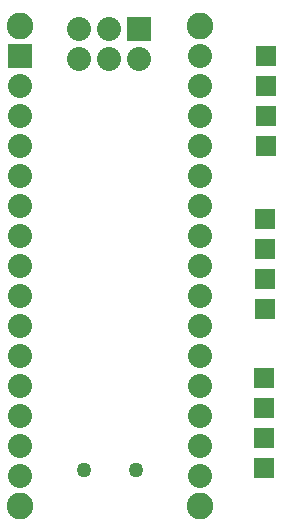
<source format=gbr>
G04 DesignSpark PCB Gerber Version 11.0 Build 5877*
G04 #@! TF.Part,Single*
G04 #@! TF.FileFunction,Soldermask,Top*
G04 #@! TF.FilePolarity,Negative*
%FSLAX35Y35*%
%MOIN*%
G04 #@! TA.AperFunction,ComponentPad*
%ADD19R,0.07000X0.07000*%
%ADD15R,0.08000X0.08000*%
%ADD17C,0.05000*%
%ADD16C,0.08000*%
%ADD18C,0.08874*%
G04 #@! TD.AperFunction*
X0Y0D02*
D02*
D15*
X9416Y161938D03*
X49202Y170750D03*
D02*
D16*
X9416Y21938D03*
Y31938D03*
Y41938D03*
Y51938D03*
Y61938D03*
Y71938D03*
Y81938D03*
Y91938D03*
Y101938D03*
Y111938D03*
Y121938D03*
Y131938D03*
Y141938D03*
Y151938D03*
X29202Y160750D03*
Y170750D03*
X39202Y160750D03*
Y170750D03*
X49202Y160750D03*
X69402Y21900D03*
Y31900D03*
Y41900D03*
Y51900D03*
Y61900D03*
Y71900D03*
Y81900D03*
Y91900D03*
Y101900D03*
Y111900D03*
Y121900D03*
Y131900D03*
Y141900D03*
Y151900D03*
Y161900D03*
D02*
D17*
X30742Y23833D03*
X48065D03*
D02*
D18*
X9402Y11900D03*
Y171900D03*
X69402Y11900D03*
Y171900D03*
D02*
D19*
X90757Y24433D03*
Y34433D03*
Y44433D03*
Y54433D03*
X91141Y77583D03*
Y87583D03*
Y97583D03*
Y107583D03*
X91466Y131933D03*
Y141933D03*
Y151933D03*
Y161933D03*
X0Y0D02*
M02*

</source>
